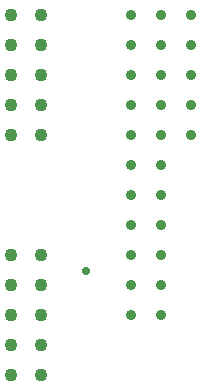
<source format=gbr>
%TF.GenerationSoftware,Altium Limited,Altium Designer,23.7.1 (13)*%
G04 Layer_Color=0*
%FSLAX45Y45*%
%MOMM*%
%TF.SameCoordinates,25FEA040-87FC-4766-ABD7-6AF3FFDF4EEB*%
%TF.FilePolarity,Positive*%
%TF.FileFunction,Plated,1,2,PTH,Drill*%
%TF.Part,Single*%
G01*
G75*
%TA.AperFunction,ComponentDrill*%
%ADD26C,0.90000*%
%ADD27C,1.10000*%
%TA.AperFunction,ViaDrill,NotFilled*%
%ADD28C,0.71120*%
D26*
X6096000Y6858000D02*
D03*
X6350000D02*
D03*
X6096000Y6604000D02*
D03*
X6350000D02*
D03*
X6096000Y6350000D02*
D03*
X6350000D02*
D03*
X6096000Y6096000D02*
D03*
X6350000D02*
D03*
X6096000Y5842000D02*
D03*
X6350000D02*
D03*
X6096000Y5588000D02*
D03*
X6350000D02*
D03*
X6096000Y5334000D02*
D03*
X6350000D02*
D03*
X6096000Y5080000D02*
D03*
X6350000D02*
D03*
X6096000Y4826000D02*
D03*
X6350000D02*
D03*
X6096000Y4572000D02*
D03*
X6350000D02*
D03*
X6096000Y4318000D02*
D03*
X6350000D02*
D03*
X6604000Y6858000D02*
D03*
Y6604000D02*
D03*
Y6350000D02*
D03*
Y6096000D02*
D03*
Y5842000D02*
D03*
D27*
X5080000Y6858000D02*
D03*
Y6604000D02*
D03*
X5334000Y6858000D02*
D03*
Y6604000D02*
D03*
X5080000Y6350000D02*
D03*
X5334000D02*
D03*
X5080000Y6096000D02*
D03*
X5334000D02*
D03*
X5080000Y5842000D02*
D03*
X5334000D02*
D03*
X5080000Y4826000D02*
D03*
Y4572000D02*
D03*
X5334000Y4826000D02*
D03*
Y4572000D02*
D03*
X5080000Y4318000D02*
D03*
X5334000D02*
D03*
X5080000Y4064000D02*
D03*
X5334000D02*
D03*
X5080000Y3810000D02*
D03*
X5334000D02*
D03*
D28*
X5709920Y4693920D02*
D03*
%TF.MD5,3069145bfc23bfbf5c5725f7bf7c7d70*%
M02*

</source>
